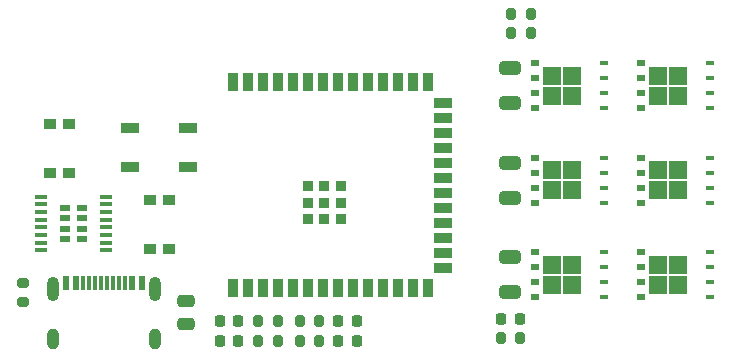
<source format=gbr>
%TF.GenerationSoftware,KiCad,Pcbnew,7.0.7*%
%TF.CreationDate,2023-10-21T19:04:04-04:00*%
%TF.ProjectId,xESC2,78455343-322e-46b6-9963-61645f706362,rev?*%
%TF.SameCoordinates,Original*%
%TF.FileFunction,Paste,Top*%
%TF.FilePolarity,Positive*%
%FSLAX46Y46*%
G04 Gerber Fmt 4.6, Leading zero omitted, Abs format (unit mm)*
G04 Created by KiCad (PCBNEW 7.0.7) date 2023-10-21 19:04:04*
%MOMM*%
%LPD*%
G01*
G04 APERTURE LIST*
G04 Aperture macros list*
%AMRoundRect*
0 Rectangle with rounded corners*
0 $1 Rounding radius*
0 $2 $3 $4 $5 $6 $7 $8 $9 X,Y pos of 4 corners*
0 Add a 4 corners polygon primitive as box body*
4,1,4,$2,$3,$4,$5,$6,$7,$8,$9,$2,$3,0*
0 Add four circle primitives for the rounded corners*
1,1,$1+$1,$2,$3*
1,1,$1+$1,$4,$5*
1,1,$1+$1,$6,$7*
1,1,$1+$1,$8,$9*
0 Add four rect primitives between the rounded corners*
20,1,$1+$1,$2,$3,$4,$5,0*
20,1,$1+$1,$4,$5,$6,$7,0*
20,1,$1+$1,$6,$7,$8,$9,0*
20,1,$1+$1,$8,$9,$2,$3,0*%
G04 Aperture macros list end*
%ADD10RoundRect,0.250000X0.475000X-0.250000X0.475000X0.250000X-0.475000X0.250000X-0.475000X-0.250000X0*%
%ADD11RoundRect,0.218750X-0.218750X-0.256250X0.218750X-0.256250X0.218750X0.256250X-0.218750X0.256250X0*%
%ADD12RoundRect,0.200000X0.200000X0.275000X-0.200000X0.275000X-0.200000X-0.275000X0.200000X-0.275000X0*%
%ADD13RoundRect,0.200000X-0.200000X-0.275000X0.200000X-0.275000X0.200000X0.275000X-0.200000X0.275000X0*%
%ADD14RoundRect,0.218750X0.218750X0.256250X-0.218750X0.256250X-0.218750X-0.256250X0.218750X-0.256250X0*%
%ADD15RoundRect,0.249999X0.650001X-0.325001X0.650001X0.325001X-0.650001X0.325001X-0.650001X-0.325001X0*%
%ADD16R,1.500000X1.500000*%
%ADD17R,0.750000X0.500000*%
%ADD18R,0.750000X0.400000*%
%ADD19R,1.000000X0.900000*%
%ADD20R,0.900000X1.500000*%
%ADD21R,1.500000X0.900000*%
%ADD22R,0.900000X0.900000*%
%ADD23R,0.600000X1.150000*%
%ADD24R,0.300000X1.150000*%
%ADD25O,1.000000X2.100000*%
%ADD26O,1.000000X1.800000*%
%ADD27RoundRect,0.200000X0.275000X-0.200000X0.275000X0.200000X-0.275000X0.200000X-0.275000X-0.200000X0*%
%ADD28R,1.050000X0.450000*%
%ADD29R,0.882000X0.537000*%
G04 APERTURE END LIST*
D10*
%TO.C,C19*%
X226550000Y-130550000D03*
X226550000Y-128650000D03*
%TD*%
D11*
%TO.C,D4*%
X229412500Y-132000000D03*
X230987500Y-132000000D03*
%TD*%
D12*
%TO.C,R42*%
X236175000Y-132000000D03*
X237825000Y-132000000D03*
%TD*%
D13*
%TO.C,R38*%
X232675000Y-132000000D03*
X234325000Y-132000000D03*
%TD*%
D12*
%TO.C,R37*%
X237825000Y-130300000D03*
X236175000Y-130300000D03*
%TD*%
D14*
%TO.C,D5*%
X239412500Y-132000000D03*
X240987500Y-132000000D03*
%TD*%
%TO.C,D3*%
X240987500Y-130300000D03*
X239412500Y-130300000D03*
%TD*%
D13*
%TO.C,R16*%
X253215000Y-131760000D03*
X254865000Y-131760000D03*
%TD*%
D11*
%TO.C,D2*%
X253252500Y-130160000D03*
X254827500Y-130160000D03*
%TD*%
D12*
%TO.C,R39*%
X255725000Y-105900000D03*
X254075000Y-105900000D03*
%TD*%
D13*
%TO.C,R40*%
X254075000Y-104300000D03*
X255725000Y-104300000D03*
%TD*%
D15*
%TO.C,C1*%
X254000000Y-127875000D03*
X254000000Y-124925000D03*
%TD*%
%TO.C,C2*%
X254000000Y-119875000D03*
X254000000Y-116925000D03*
%TD*%
D16*
%TO.C,Q1*%
X259200000Y-127250000D03*
X259200000Y-125550000D03*
X257500000Y-127250000D03*
X257500000Y-125550000D03*
D17*
X256095000Y-128305000D03*
X256095000Y-127035000D03*
X256095000Y-125765000D03*
X256095000Y-124495000D03*
D18*
X261900000Y-128305000D03*
X261900000Y-127035000D03*
X261900000Y-125765000D03*
X261900000Y-124495000D03*
%TD*%
D16*
%TO.C,Q3*%
X259200000Y-119250000D03*
X259200000Y-117550000D03*
X257500000Y-119250000D03*
X257500000Y-117550000D03*
D17*
X256095000Y-120305000D03*
X256095000Y-119035000D03*
X256095000Y-117765000D03*
X256095000Y-116495000D03*
D18*
X261900000Y-120305000D03*
X261900000Y-119035000D03*
X261900000Y-117765000D03*
X261900000Y-116495000D03*
%TD*%
D16*
%TO.C,Q5*%
X259200000Y-111250000D03*
X259200000Y-109550000D03*
X257500000Y-111250000D03*
X257500000Y-109550000D03*
D17*
X256095000Y-112305000D03*
X256095000Y-111035000D03*
X256095000Y-109765000D03*
X256095000Y-108495000D03*
D18*
X261900000Y-112305000D03*
X261900000Y-111035000D03*
X261900000Y-109765000D03*
X261900000Y-108495000D03*
%TD*%
D16*
%TO.C,Q6*%
X268200000Y-111250000D03*
X268200000Y-109550000D03*
X266500000Y-111250000D03*
X266500000Y-109550000D03*
D17*
X265095000Y-112305000D03*
X265095000Y-111035000D03*
X265095000Y-109765000D03*
X265095000Y-108495000D03*
D18*
X270900000Y-112305000D03*
X270900000Y-111035000D03*
X270900000Y-109765000D03*
X270900000Y-108495000D03*
%TD*%
D16*
%TO.C,Q4*%
X268200000Y-119250000D03*
X268200000Y-117550000D03*
X266500000Y-119250000D03*
X266500000Y-117550000D03*
D17*
X265095000Y-120305000D03*
X265095000Y-119035000D03*
X265095000Y-117765000D03*
X265095000Y-116495000D03*
D18*
X270900000Y-120305000D03*
X270900000Y-119035000D03*
X270900000Y-117765000D03*
X270900000Y-116495000D03*
%TD*%
D16*
%TO.C,Q2*%
X268200000Y-127250000D03*
X268200000Y-125550000D03*
X266500000Y-127250000D03*
X266500000Y-125550000D03*
D17*
X265095000Y-128305000D03*
X265095000Y-127035000D03*
X265095000Y-125765000D03*
X265095000Y-124495000D03*
D18*
X270900000Y-128305000D03*
X270900000Y-127035000D03*
X270900000Y-125765000D03*
X270900000Y-124495000D03*
%TD*%
D15*
%TO.C,C3*%
X254000000Y-111875000D03*
X254000000Y-108925000D03*
%TD*%
D19*
%TO.C,SW3*%
X225100000Y-120100000D03*
X225100000Y-124200000D03*
X223500000Y-120100000D03*
X223500000Y-124200000D03*
%TD*%
D20*
%TO.C,U8*%
X230540000Y-127565000D03*
X231810000Y-127565000D03*
X233080000Y-127565000D03*
X234350000Y-127565000D03*
X235620000Y-127565000D03*
X236890000Y-127565000D03*
X238160000Y-127565000D03*
X239430000Y-127565000D03*
X240700000Y-127565000D03*
X241970000Y-127565000D03*
X243240000Y-127565000D03*
X244510000Y-127565000D03*
X245780000Y-127565000D03*
X247050000Y-127565000D03*
D21*
X248300000Y-125800000D03*
X248300000Y-124530000D03*
X248300000Y-123260000D03*
X248300000Y-121990000D03*
X248300000Y-120720000D03*
X248300000Y-119450000D03*
X248300000Y-118180000D03*
X248300000Y-116910000D03*
X248300000Y-115640000D03*
X248300000Y-114370000D03*
X248300000Y-113100000D03*
X248300000Y-111830000D03*
D20*
X247050000Y-110065000D03*
X245780000Y-110065000D03*
X244510000Y-110065000D03*
X243240000Y-110065000D03*
X241970000Y-110065000D03*
X240700000Y-110065000D03*
X239430000Y-110065000D03*
X238160000Y-110065000D03*
X236890000Y-110065000D03*
X235620000Y-110065000D03*
X234350000Y-110065000D03*
X233080000Y-110065000D03*
X231810000Y-110065000D03*
X230540000Y-110065000D03*
D22*
X236860000Y-121715000D03*
X238260000Y-121715000D03*
X239660000Y-121715000D03*
X236860000Y-120315000D03*
X238260000Y-120315000D03*
X239660000Y-120315000D03*
X236860000Y-118915000D03*
X238260000Y-118915000D03*
X239660000Y-118915000D03*
%TD*%
D19*
%TO.C,SW1*%
X216600000Y-113650000D03*
X216600000Y-117750000D03*
X215000000Y-113650000D03*
X215000000Y-117750000D03*
%TD*%
D21*
%TO.C,IC4*%
X221800000Y-114000000D03*
X221800000Y-117300000D03*
X226700000Y-117300000D03*
X226700000Y-114000000D03*
%TD*%
D23*
%TO.C,J14*%
X216410000Y-127075000D03*
X217210000Y-127075000D03*
D24*
X218360000Y-127075000D03*
X219360000Y-127075000D03*
X219860000Y-127075000D03*
X220860000Y-127075000D03*
D23*
X222010000Y-127075000D03*
X222810000Y-127075000D03*
X222810000Y-127075000D03*
X222010000Y-127075000D03*
D24*
X221360000Y-127075000D03*
X220360000Y-127075000D03*
X218860000Y-127075000D03*
X217860000Y-127075000D03*
D23*
X217210000Y-127075000D03*
X216410000Y-127075000D03*
D25*
X215290000Y-127650000D03*
D26*
X215290000Y-131830000D03*
D25*
X223930000Y-127650000D03*
D26*
X223930000Y-131830000D03*
%TD*%
D27*
%TO.C,R31*%
X212750000Y-128725000D03*
X212750000Y-127075000D03*
%TD*%
D28*
%TO.C,IC1*%
X219790000Y-124332500D03*
X219790000Y-123682500D03*
X219790000Y-123032500D03*
X219790000Y-122382500D03*
X219790000Y-121732500D03*
X219790000Y-121082500D03*
X219790000Y-120432500D03*
X219790000Y-119782500D03*
X214240000Y-119782500D03*
X214240000Y-120432500D03*
X214240000Y-121082500D03*
X214240000Y-121732500D03*
X214240000Y-122382500D03*
X214240000Y-123032500D03*
X214240000Y-123682500D03*
X214240000Y-124332500D03*
D29*
X217750000Y-123400000D03*
X217750000Y-122505000D03*
X217750000Y-121610000D03*
X217750000Y-120715000D03*
X216280000Y-123400000D03*
X216280000Y-122505000D03*
X216280000Y-121610000D03*
X216280000Y-120715000D03*
%TD*%
D11*
%TO.C,D1*%
X229412500Y-130300000D03*
X230987500Y-130300000D03*
%TD*%
D13*
%TO.C,R32*%
X232675000Y-130300000D03*
X234325000Y-130300000D03*
%TD*%
M02*

</source>
